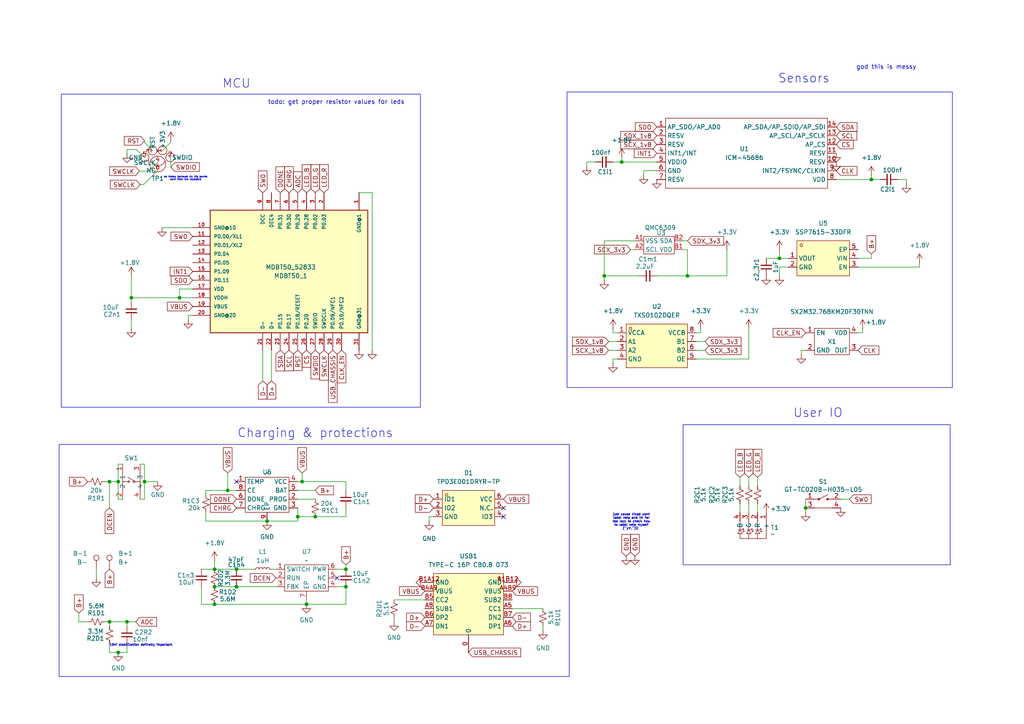
<source format=kicad_sch>
(kicad_sch (version 20231120) (generator "eeschema") (generator_version "8.0")
  (paper "A4")
  (title_block (title "MP.S.5.0") (date "2025-06-07") (rev "0") (company "Macroplastics"))
  (lib_symbols
    (symbol "Connector:TestPoint" (pin_numbers hide) (pin_names (offset 0.762) hide)
      (property "Reference" "TP" (at 0 6.858 0))
      (property "Value" "TestPoint" (at 0 5.08 0))
      (symbol "TestPoint_1_1"
        (pin passive line (at 0 0 90) (length 2.54) (name "1") (number "1"))
      )
    )
    (symbol "Device:C_Small" (pin_numbers hide) (pin_names (offset 0.254) hide)
      (property "Reference" "C" (at 0.254 1.778 0))
      (property "Value" "C_Small" (at 0.254 -2.032 0))
      (symbol "C_Small_1_1"
        (pin passive line (at 0 2.54 270) (length 2.032) (name "~") (number "1"))
        (pin passive line (at 0 -2.54 90) (length 2.032) (name "~") (number "2"))
      )
    )
    (symbol "Device:L_Small" (pin_numbers hide) (pin_names (offset 0.254) hide)
      (property "Reference" "L" (at 0.762 1.016 0))
      (property "Value" "L_Small" (at 0.762 -1.016 0))
      (symbol "L_Small_1_1"
        (pin passive line (at 0 2.54 270) (length 0.508) (name "~") (number "1"))
        (pin passive line (at 0 -2.54 90) (length 0.508) (name "~") (number "2"))
      )
    )
    (symbol "Device:R_Small_US" (pin_numbers hide) (pin_names (offset 0.254) hide)
      (property "Reference" "R" (at 0.762 0.508 0))
      (property "Value" "R_Small_US" (at 0.762 -1.016 0))
      (symbol "R_Small_US_1_1"
        (pin passive line (at 0 2.54 270) (length 1.016) (name "~") (number "1"))
        (pin passive line (at 0 -2.54 90) (length 1.016) (name "~") (number "2"))
      )
    )
    (symbol "LED_custom2:MHPA0808RGBDT"
      (property "Reference" "T" (at 0 5.588 0))
      (symbol "MHPA0808RGBDT_1_1"
        (pin input line (at -3.81 -3.81 90) (length 2.54) (name "+") (number "1"))
        (pin input line (at -1.27 -3.81 90) (length 2.54) (name "R") (number "2"))
        (pin input line (at 1.27 -3.81 90) (length 2.54) (name "G") (number "3"))
        (pin input line (at 3.81 -3.81 90) (length 2.54) (name "B") (number "4"))
      )
    )
    (symbol "MDBT50_52833:MDBT50_52833" (pin_names (offset 1.016))
      (property "Reference" "MDBT50_52833" (at -17.78 24.13 0))
      (property "Value" "MDBT50_52833" (at 15.24 -25.4 0))
      (symbol "MDBT50_52833_0_0"
        (pin bidirectional line (at -22.86 20.32 0) (length 5.08) (name "GND@1") (number "1"))
        (pin bidirectional line (at -12.7 -27.94 90) (length 5.08) (name "GND@10") (number "10"))
        (pin bidirectional line (at -10.16 -27.94 90) (length 5.08) (name "P0.00/XL1") (number "11"))
        (pin bidirectional line (at -7.62 -27.94 90) (length 5.08) (name "P0.01/XL2") (number "12"))
        (pin bidirectional line (at -5.08 -27.94 90) (length 5.08) (name "P0.04") (number "13"))
        (pin bidirectional line (at -2.54 -27.94 90) (length 5.08) (name "P0.05") (number "14"))
        (pin bidirectional line (at 0 -27.94 90) (length 5.08) (name "P1.09") (number "15"))
        (pin bidirectional line (at 2.54 -27.94 90) (length 5.08) (name "P0.11") (number "16"))
        (pin bidirectional line (at 5.08 -27.94 90) (length 5.08) (name "VDD") (number "17"))
        (pin bidirectional line (at 7.62 -27.94 90) (length 5.08) (name "VDDH") (number "18"))
        (pin bidirectional line (at 10.16 -27.94 90) (length 5.08) (name "VBUS") (number "19"))
        (pin bidirectional line (at -22.86 10.16 0) (length 5.08) (name "P0.03") (number "2"))
        (pin bidirectional line (at 12.7 -27.94 90) (length 5.08) (name "GND@20") (number "20"))
        (pin bidirectional line (at 22.86 -7.62 180) (length 5.08) (name "D-") (number "21"))
        (pin bidirectional line (at 22.86 -5.08 180) (length 5.08) (name "D+") (number "22"))
        (pin bidirectional line (at 22.86 -2.54 180) (length 5.08) (name "P0.15") (number "23"))
        (pin bidirectional line (at 22.86 0 180) (length 5.08) (name "P0.17") (number "24"))
        (pin bidirectional line (at 22.86 2.54 180) (length 5.08) (name "P0.18/RESET") (number "25"))
        (pin bidirectional line (at 22.86 5.08 180) (length 5.08) (name "P0.20") (number "26"))
        (pin bidirectional line (at 22.86 7.62 180) (length 5.08) (name "SWDIO") (number "27"))
        (pin bidirectional line (at 22.86 10.16 180) (length 5.08) (name "SWDCLK") (number "28"))
        (pin bidirectional line (at 22.86 12.7 180) (length 5.08) (name "P0.09/NFC1") (number "29"))
        (pin bidirectional line (at -22.86 7.62 0) (length 5.08) (name "P0.02") (number "3"))
        (pin bidirectional line (at 22.86 15.24 180) (length 5.08) (name "P0.10/NFC2") (number "30"))
        (pin bidirectional line (at 22.86 20.32 180) (length 5.08) (name "GND@31") (number "31"))
        (pin bidirectional line (at -22.86 5.08 0) (length 5.08) (name "P0.28") (number "4"))
        (pin bidirectional line (at -22.86 2.54 0) (length 5.08) (name "P0.29") (number "5"))
        (pin bidirectional line (at -22.86 0 0) (length 5.08) (name "P0.30") (number "6"))
        (pin bidirectional line (at -22.86 -2.54 0) (length 5.08) (name "P0.31") (number "7"))
        (pin bidirectional line (at -22.86 -5.08 0) (length 5.08) (name "DEC4") (number "8"))
        (pin bidirectional line (at -22.86 -7.62 0) (length 5.08) (name "DCC") (number "9"))
      )
    )
    (symbol "PawConnect:PawConnect-RevA"
      (property "Reference" "U" (at 0 -4.064 0))
      (symbol "PawConnect-RevA_1_1"
        (pin input line (at 1.4204 3.5293 90) (length 0) (name "+3V3") (number "1"))
        (pin input line (at 3.6291 1.4892 0) (length 0) (name "SWDIO") (number "2"))
        (pin input line (at -1.4796 3.5348 90) (length 0) (name "RST") (number "3"))
        (pin input line (at 0.0041 0.0054 180) (length 0) (name "SWCLK") (number "4"))
        (pin input line (at -3.8223 1.4614 180) (length 0) (name "GND") (number "5"))
        (pin input line (at 0.0041 -2.2707 180) (length 0) (name "NC") (number "6"))
      )
    )
    (symbol "button_custom:GT-TC020B-H035-L05"
      (property "Reference" "S" (at 0 0 0))
      (symbol "GT-TC020B-H035-L05_1_1"
        (pin bidirectional line (at -5.08 1.27 0) (length 2.54) (name "") (number "1"))
        (pin bidirectional line (at 5.08 1.27 180) (length 2.54) (name "") (number "2"))
        (pin passive line (at -5.08 -1.27 0) (length 2.54) (name "") (number "3"))
        (pin passive line (at 5.08 -1.27 180) (length 2.54) (name "") (number "4"))
      )
    )
    (symbol "easyeda2kicad:1TS026A-1100-0550-CT"
      (property "Reference" "SW" (at 0 7.62 0))
      (property "Value" "1TS026A-1100-0550-CT" (at 0 -7.62 0))
      (symbol "1TS026A-1100-0550-CT_0_1"
        (pin unspecified line (at 5.08 2.54 180) (length 2.54) (name "1") (number "1"))
        (pin unspecified line (at -5.08 2.54 0) (length 2.54) (name "2") (number "2"))
        (pin unspecified line (at 5.08 -2.54 180) (length 2.54) (name "3") (number "3"))
        (pin unspecified line (at -5.08 -2.54 0) (length 2.54) (name "4") (number "4"))
      )
    )
    (symbol "easyeda2kicad:EA8103DHR"
      (property "Reference" "U" (at 0 0 0))
      (symbol "EA8103DHR_1_1"
        (pin input line (at -8.89 2.54 0) (length 2.54) (name "SWITCH") (number "1"))
        (pin input line (at -8.89 0 0) (length 2.54) (name "RUN") (number "2"))
        (pin input line (at -8.89 -2.54 0) (length 2.54) (name "FBK") (number "3"))
        (pin input line (at 8.89 -2.54 180) (length 2.54) (name "GND") (number "4"))
        (pin input line (at 8.89 0 180) (length 2.54) (name "NC") (number "5"))
        (pin input line (at 8.89 2.54 180) (length 2.54) (name "PWR") (number "6"))
        (pin input line (at 0 -6.35 90) (length 2.54) (name "EP") (number "7"))
      )
    )
    (symbol "easyeda2kicad:LGS4056HDA"
      (property "Reference" "U" (at 0 6.35 0))
      (symbol "LGS4056HDA_1_1"
        (pin input line (at -8.89 3.81 0) (length 2.54) (name "TEMP") (number "1"))
        (pin input line (at 8.89 -1.27 180) (length 2.54) (name "PROG") (number "2"))
        (pin input line (at 8.89 -3.81 180) (length 2.54) (name "GND") (number "3"))
        (pin input line (at 8.89 3.81 180) (length 2.54) (name "VCC") (number "4"))
        (pin input line (at 8.89 1.27 180) (length 2.54) (name "BAT") (number "5"))
        (pin input line (at -8.89 -1.27 0) (length 2.54) (name "DONE") (number "6"))
        (pin input line (at -8.89 -3.81 0) (length 2.54) (name "CHRG") (number "7"))
        (pin input line (at -8.89 1.27 0) (length 2.54) (name "CE") (number "8"))
        (pin input line (at 0 -7.62 90) (length 2.54) (name "EP") (number "9"))
      )
    )
    (symbol "easyeda2kicad:SSP7615-33DFR"
      (property "Reference" "U" (at 0 7.62 0))
      (property "Value" "SSP7615-33DFR" (at 0 -7.62 0))
      (symbol "SSP7615-33DFR_0_1"
        (pin unspecified line (at -10.16 0 0) (length 2.54) (name "VOUT") (number "1"))
        (pin unspecified line (at -10.16 -2.54 0) (length 2.54) (name "GND") (number "2"))
        (pin unspecified line (at 10.16 -2.54 180) (length 2.54) (name "EN") (number "3"))
        (pin unspecified line (at 10.16 0 180) (length 2.54) (name "VIN") (number "4"))
        (pin unspecified line (at 10.16 2.54 180) (length 2.54) (name "EP") (number "5"))
      )
    )
    (symbol "easyeda2kicad:TPD3E001DRYR"
      (property "Reference" "D" (at 0 7.62 0))
      (property "Value" "TPD3E001DRYR" (at 0 -7.62 0))
      (symbol "TPD3E001DRYR_0_1"
        (pin unspecified line (at -10.16 2.54 0) (length 2.54) (name "IO1") (number "1"))
        (pin unspecified line (at -10.16 0 0) (length 2.54) (name "IO2") (number "2"))
        (pin unspecified line (at -10.16 -2.54 0) (length 2.54) (name "GND") (number "3"))
        (pin unspecified line (at 10.16 -2.54 180) (length 2.54) (name "IO3") (number "4"))
        (pin unspecified line (at 10.16 0 180) (length 2.54) (name "N.C.") (number "5"))
        (pin unspecified line (at 10.16 2.54 180) (length 2.54) (name "VCC") (number "6"))
      )
    )
    (symbol "easyeda2kicad:TXS0102DQER"
      (property "Reference" "U" (at 0 8.89 0))
      (property "Value" "TXS0102DQER" (at 0 -8.89 0))
      (symbol "TXS0102DQER_0_1"
        (pin unspecified line (at -11.43 3.81 0) (length 2.54) (name "VCCA") (number "1"))
        (pin unspecified line (at -11.43 1.27 0) (length 2.54) (name "A1") (number "2"))
        (pin unspecified line (at -11.43 -1.27 0) (length 2.54) (name "A2") (number "3"))
        (pin unspecified line (at -11.43 -3.81 0) (length 2.54) (name "GND") (number "4"))
        (pin unspecified line (at 11.43 -3.81 180) (length 2.54) (name "OE") (number "5"))
        (pin unspecified line (at 11.43 -1.27 180) (length 2.54) (name "B2") (number "6"))
        (pin unspecified line (at 11.43 1.27 180) (length 2.54) (name "B1") (number "7"))
        (pin unspecified line (at 11.43 3.81 180) (length 2.54) (name "VCCB") (number "8"))
      )
    )
    (symbol "easyeda2kicad:TYPE-C16PCB0.8073"
      (property "Reference" "USB" (at 0 11.43 0))
      (property "Value" "TYPE-C 16P CB0.8 073" (at 0 -19.05 0))
      (symbol "TYPE-C16PCB0.8073_0_1"
        (pin unspecified line (at 0 -13.97 90) (length 5.08) (name "0") (number "0"))
        (pin unspecified line (at -12.7 6.35 0) (length 2.54) (name "GND") (number "A1B12"))
        (pin unspecified line (at -12.7 3.81 0) (length 2.54) (name "VBUS") (number "A4B9"))
        (pin unspecified line (at -12.7 -1.27 0) (length 2.54) (name "CC1") (number "A5"))
        (pin unspecified line (at -12.7 -6.35 0) (length 2.54) (name "DP1") (number "A6"))
        (pin unspecified line (at 12.7 -6.35 180) (length 2.54) (name "DN1") (number "A7"))
        (pin unspecified line (at 12.7 -1.27 180) (length 2.54) (name "SUB1") (number "A8"))
        (pin unspecified line (at 12.7 6.35 180) (length 2.54) (name "GND") (number "B1A12"))
        (pin unspecified line (at 12.7 3.81 180) (length 2.54) (name "VBUS") (number "B4A9"))
        (pin unspecified line (at 12.7 1.27 180) (length 2.54) (name "CC2") (number "B5"))
        (pin unspecified line (at 12.7 -3.81 180) (length 2.54) (name "DP2") (number "B6"))
        (pin unspecified line (at -12.7 -3.81 0) (length 2.54) (name "DN2") (number "B7"))
        (pin unspecified line (at -12.7 1.27 0) (length 2.54) (name "SUB2") (number "B8"))
      )
    )
    (symbol "imu_custom:ICM-42688-P"
      (property "Reference" "U" (at 0 1.016 0))
      (property "Value" "ICM-42688-P" (at 0 -1.016 0))
      (symbol "ICM-42688-P_1_1"
        (pin input line (at -25.4 7.62 0) (length 2.54) (name "AP_SDO/AP_AD0") (number "1"))
        (pin input line (at 26.67 -2.54 180) (length 2.54) (name "RESV") (number "10"))
        (pin input line (at 26.67 0 180) (length 2.54) (name "RESV") (number "11"))
        (pin input line (at 26.67 2.54 180) (length 2.54) (name "AP_CS") (number "12"))
        (pin input line (at 26.67 5.08 180) (length 2.54) (name "AP_SCL/AP_SCLK") (number "13"))
        (pin input line (at 26.67 7.62 180) (length 2.54) (name "AP_SDA/AP_SDIO/AP_SDI") (number "14"))
        (pin input line (at -25.4 5.08 0) (length 2.54) (name "RESV") (number "2"))
        (pin input line (at -25.4 2.54 0) (length 2.54) (name "RESV") (number "3"))
        (pin input line (at -25.4 0 0) (length 2.54) (name "INT1/INT") (number "4"))
        (pin input line (at -25.4 -2.54 0) (length 2.54) (name "VDDIO") (number "5"))
        (pin input line (at -25.4 -5.08 0) (length 2.54) (name "GND") (number "6"))
        (pin input line (at -25.4 -7.62 0) (length 2.54) (name "RESV") (number "7"))
        (pin input line (at 26.67 -7.62 180) (length 2.54) (name "VDD") (number "8"))
        (pin input line (at 26.67 -5.08 180) (length 2.54) (name "INT2/FSYNC/CLKIN") (number "9"))
      )
    )
    (symbol "mag_custom:QMC6309"
      (property "Reference" "U" (at 0 5.08 0))
      (symbol "QMC6309_1_1"
        (pin input line (at -7.62 2.54 0) (length 2.54) (name "VSS") (number "A1"))
        (pin input line (at -7.62 0 0) (length 2.54) (name "SCL") (number "A2"))
        (pin input line (at 6.35 0 180) (length 2.54) (name "VDD") (number "B1"))
        (pin input line (at 6.35 2.54 180) (length 2.54) (name "SDA") (number "B2"))
      )
    )
    (symbol "oscillator_custom:SX2M32.768KM20F30TNN"
      (property "Reference" "X" (at 0 0 0))
      (symbol "SX2M32.768KM20F30TNN_1_1"
        (pin input line (at -7.62 2.54 0) (length 2.54) (name "EN") (number "1"))
        (pin input line (at -7.62 -2.54 0) (length 2.54) (name "GND") (number "2"))
        (pin input line (at 7.62 -2.54 180) (length 2.54) (name "OUT") (number "3"))
        (pin input line (at 7.62 2.54 180) (length 2.54) (name "VDD") (number "4"))
      )
    )
    (symbol "power:+3.3V" (power) (pin_numbers hide) (pin_names (offset 0) hide)
      (property "Value" "+3.3V" (at 0 3.556 0))
      (symbol "+3.3V_1_1"
        (pin power_in line (at 0 0 90) (length 0) (name "~") (number "1"))
      )
    )
    (symbol "power:GND" (power) (pin_numbers hide) (pin_names (offset 0) hide)
      (property "Value" "GND" (at 0 -3.81 0))
      (symbol "GND_1_1"
        (pin power_in line (at 0 0 270) (length 0) (name "~") (number "1"))
      )
    )
  )
  (junction (at 62.23 170.18))
  (junction (at 41.91 139.7))
  (junction (at 199.39 80.01))
  (junction (at 62.23 175.26))
  (junction (at 68.58 170.18))
  (junction (at 175.26 80.01))
  (junction (at 66.04 142.24))
  (junction (at 86.36 149.86))
  (junction (at 91.44 149.86))
  (junction (at 34.29 139.7))
  (junction (at 62.23 165.1))
  (junction (at 52.07 86.36))
  (junction (at 34.29 189.23))
  (junction (at 36.83 180.34))
  (junction (at 77.47 151.13))
  (junction (at 87.63 139.7))
  (junction (at 38.1 86.36))
  (junction (at 68.58 165.1))
  (junction (at 226.06 74.93))
  (junction (at 180.34 46.99))
  (junction (at 100.33 170.18))
  (junction (at 88.9 175.26))
  (junction (at 233.68 147.32))
  (junction (at 252.73 52.07))
  (junction (at 31.75 180.34))
  (junction (at 100.33 165.1))
  (junction (at 31.75 139.7))
  (no_connect (at 146.05 147.32))
  (no_connect (at 97.79 167.64))
  (no_connect (at 146.05 149.86))
  (no_connect (at 68.58 139.7))
  (wire (pts (xy 222.25 74.93) (xy 226.06 74.93)))
  (wire (pts (xy 22.86 180.34) (xy 25.4 180.34)))
  (wire (pts (xy 177.8 96.52) (xy 179.07 96.52)))
  (wire (pts (xy 40.64 144.78) (xy 41.91 144.78)))
  (wire (pts (xy 41.91 139.7) (xy 41.91 134.62)))
  (wire (pts (xy 78.74 165.1) (xy 80.01 165.1)))
  (wire (pts (xy 201.93 96.52) (xy 203.2 96.52)))
  (wire (pts (xy 66.04 142.24) (xy 68.58 142.24)))
  (wire (pts (xy 49.5423 40.8314) (xy 49.5423 41.2625)))
  (wire (pts (xy 203.2 95.25) (xy 203.2 96.52)))
  (wire (pts (xy 186.69 49.53) (xy 190.5 49.53)))
  (wire (pts (xy 217.17 138.43) (xy 217.17 140.97)))
  (wire (pts (xy 34.29 134.62) (xy 35.56 134.62)))
  (wire (pts (xy 252.73 73.66) (xy 252.73 74.93)))
  (wire (pts (xy 34.29 144.78) (xy 35.56 144.78)))
  (wire (pts (xy 73.66 165.1) (xy 68.58 165.1)))
  (wire (pts (xy 34.29 144.78) (xy 34.29 139.7)))
  (wire (pts (xy 199.39 72.39) (xy 199.39 80.01)))
  (wire (pts (xy 86.36 142.24) (xy 91.44 142.24)))
  (wire (pts (xy 186.69 49.53) (xy 186.69 50.8)))
  (wire (pts (xy 76.2 101.6) (xy 76.2 110.49)))
  (wire (pts (xy 262.89 52.07) (xy 260.35 52.07)))
  (wire (pts (xy 52.07 83.82) (xy 55.88 83.82)))
  (wire (pts (xy 107.95 101.6) (xy 107.95 55.88)))
  (wire (pts (xy 100.33 147.32) (xy 100.33 149.86)))
  (wire (pts (xy 266.7 76.2) (xy 266.7 77.47)))
  (wire (pts (xy 170.18 46.99) (xy 172.72 46.99)))
  (wire (pts (xy 91.44 149.86) (xy 100.33 149.86)))
  (wire (pts (xy 180.34 45.72) (xy 180.34 46.99)))
  (wire (pts (xy 27.94 167.64) (xy 27.94 165.1)))
  (wire (pts (xy 233.68 147.32) (xy 233.68 148.59)))
  (wire (pts (xy 34.29 139.7) (xy 34.29 134.62)))
  (wire (pts (xy 68.58 170.18) (xy 80.01 170.18)))
  (wire (pts (xy 36.8423 43.3714) (xy 36.8423 44.6414)))
  (wire (pts (xy 30.48 180.34) (xy 31.75 180.34)))
  (wire (pts (xy 252.73 50.8) (xy 252.73 52.07)))
  (wire (pts (xy 34.29 189.23) (xy 36.83 189.23)))
  (wire (pts (xy 232.41 101.6) (xy 233.68 101.6)))
  (wire (pts (xy 100.33 170.18) (xy 100.33 175.26)))
  (wire (pts (xy 49.5423 41.2625) (xy 47.1527 43.6521)))
  (wire (pts (xy 100.33 163.83) (xy 100.33 165.1)))
  (wire (pts (xy 38.1 86.36) (xy 52.07 86.36)))
  (wire (pts (xy 204.47 99.06) (xy 201.93 99.06)))
  (wire (pts (xy 78.74 101.6) (xy 78.74 110.49)))
  (wire (pts (xy 177.8 95.25) (xy 177.8 96.52)))
  (wire (pts (xy 219.71 146.05) (xy 219.71 148.59)))
  (wire (pts (xy 54.61 91.44) (xy 54.61 92.71)))
  (wire (pts (xy 262.89 52.07) (xy 262.89 53.34)))
  (wire (pts (xy 41.9223 41.3162) (xy 44.2527 43.6466)))
  (wire (pts (xy 250.19 95.25) (xy 250.19 96.52)))
  (wire (pts (xy 217.17 95.25) (xy 217.17 104.14)))
  (wire (pts (xy 38.1 92.71) (xy 38.1 95.25)))
  (wire (pts (xy 114.3 180.34) (xy 114.3 179.07)))
  (wire (pts (xy 49.5423 48.4514) (xy 49.5423 45.8731)))
  (wire (pts (xy 40.4497 49.652) (xy 42.9884 49.652)))
  (wire (pts (xy 214.63 146.05) (xy 214.63 148.59)))
  (wire (pts (xy 54.61 91.44) (xy 55.88 91.44)))
  (wire (pts (xy 77.47 151.13) (xy 86.36 151.13)))
  (wire (pts (xy 233.68 144.78) (xy 233.68 147.32)))
  (wire (pts (xy 124.46 149.86) (xy 124.46 151.13)))
  (wire (pts (xy 62.23 175.26) (xy 88.9 175.26)))
  (wire (pts (xy 176.53 99.06) (xy 179.07 99.06)))
  (wire (pts (xy 100.33 139.7) (xy 100.33 142.24)))
  (wire (pts (xy 175.26 80.01) (xy 175.26 81.28)))
  (wire (pts (xy 41.6571 53.5314) (xy 45.7364 49.4521)))
  (wire (pts (xy 31.75 180.34) (xy 31.75 181.61)))
  (wire (pts (xy 31.75 189.23) (xy 34.29 189.23)))
  (wire (pts (xy 176.53 101.6) (xy 179.07 101.6)))
  (wire (pts (xy 38.1 80.01) (xy 38.1 86.36)))
  (wire (pts (xy 217.17 146.05) (xy 217.17 148.59)))
  (wire (pts (xy 31.75 180.34) (xy 36.83 180.34)))
  (wire (pts (xy 46.99 66.04) (xy 55.88 66.04)))
  (wire (pts (xy 177.8 46.99) (xy 180.34 46.99)))
  (wire (pts (xy 59.69 151.13) (xy 77.47 151.13)))
  (wire (pts (xy 248.92 77.47) (xy 266.7 77.47)))
  (wire (pts (xy 62.23 162.56) (xy 62.23 165.1)))
  (wire (pts (xy 36.83 180.34) (xy 39.37 180.34)))
  (wire (pts (xy 31.75 147.32) (xy 31.75 139.7)))
  (wire (pts (xy 41.91 139.7) (xy 45.72 139.7)))
  (wire (pts (xy 226.06 77.47) (xy 228.6 77.47)))
  (wire (pts (xy 42.9884 49.652) (xy 45.7364 47.176)))
  (wire (pts (xy 22.86 177.8) (xy 22.86 180.34)))
  (wire (pts (xy 182.88 72.39) (xy 184.15 72.39)))
  (wire (pts (xy 59.69 143.51) (xy 59.69 142.24)))
  (wire (pts (xy 248.92 74.93) (xy 252.73 74.93)))
  (wire (pts (xy 58.42 165.1) (xy 62.23 165.1)))
  (wire (pts (xy 232.41 101.6) (xy 232.41 102.87)))
  (wire (pts (xy 248.92 96.52) (xy 250.19 96.52)))
  (wire (pts (xy 97.79 170.18) (xy 100.33 170.18)))
  (wire (pts (xy 107.95 55.88) (xy 104.14 55.88)))
  (wire (pts (xy 52.07 83.82) (xy 52.07 86.36)))
  (wire (pts (xy 157.48 181.61) (xy 157.48 182.88)))
  (wire (pts (xy 39.5614 43.3714) (xy 41.91 45.72)))
  (wire (pts (xy 40.6523 53.5314) (xy 41.6571 53.5314)))
  (wire (pts (xy 36.83 186.69) (xy 36.83 189.23)))
  (wire (pts (xy 114.3 173.99) (xy 123.19 173.99)))
  (wire (pts (xy 86.36 147.32) (xy 86.36 149.86)))
  (wire (pts (xy 62.23 165.1) (xy 68.58 165.1)))
  (wire (pts (xy 31.75 186.69) (xy 31.75 189.23)))
  (wire (pts (xy 210.82 72.39) (xy 210.82 80.01)))
  (wire (pts (xy 86.36 151.13) (xy 86.36 149.86)))
  (wire (pts (xy 148.59 176.53) (xy 157.48 176.53)))
  (wire (pts (xy 177.8 104.14) (xy 177.8 105.41)))
  (wire (pts (xy 226.06 74.93) (xy 228.6 74.93)))
  (wire (pts (xy 52.07 86.36) (xy 55.88 86.36)))
  (wire (pts (xy 124.46 149.86) (xy 125.73 149.86)))
  (wire (pts (xy 31.75 139.7) (xy 34.29 139.7)))
  (wire (pts (xy 30.48 139.7) (xy 31.75 139.7)))
  (wire (pts (xy 170.18 46.99) (xy 170.18 48.26)))
  (wire (pts (xy 87.63 139.7) (xy 100.33 139.7)))
  (wire (pts (xy 226.06 77.47) (xy 226.06 80.01)))
  (wire (pts (xy 59.69 148.59) (xy 59.69 151.13)))
  (wire (pts (xy 41.91 144.78) (xy 41.91 139.7)))
  (wire (pts (xy 199.39 80.01) (xy 210.82 80.01)))
  (wire (pts (xy 86.36 144.78) (xy 91.44 144.78)))
  (wire (pts (xy 199.39 72.39) (xy 198.12 72.39)))
  (wire (pts (xy 219.71 138.43) (xy 219.71 140.97)))
  (wire (pts (xy 88.9 175.26) (xy 100.33 175.26)))
  (wire (pts (xy 87.63 137.16) (xy 87.63 139.7)))
  (wire (pts (xy 175.26 69.85) (xy 175.26 80.01)))
  (wire (pts (xy 58.42 170.18) (xy 58.42 175.26)))
  (wire (pts (xy 252.73 52.07) (xy 242.57 52.07)))
  (wire (pts (xy 180.34 46.99) (xy 190.5 46.99)))
  (wire (pts (xy 201.93 104.14) (xy 217.17 104.14)))
  (wire (pts (xy 88.9 175.26) (xy 88.9 173.99)))
  (wire (pts (xy 226.06 72.39) (xy 226.06 74.93)))
  (wire (pts (xy 199.39 69.85) (xy 198.12 69.85)))
  (wire (pts (xy 175.26 80.01) (xy 185.42 80.01)))
  (wire (pts (xy 38.1 86.36) (xy 38.1 87.63)))
  (wire (pts (xy 59.69 142.24) (xy 66.04 142.24)))
  (wire (pts (xy 49.5423 45.8731) (xy 49.3614 45.6922)))
  (wire (pts (xy 40.64 134.62) (xy 41.91 134.62)))
  (wire (pts (xy 66.04 137.16) (xy 66.04 142.24)))
  (wire (pts (xy 190.5 80.01) (xy 199.39 80.01)))
  (wire (pts (xy 97.79 165.1) (xy 100.33 165.1)))
  (wire (pts (xy 243.84 144.78) (xy 246.38 144.78)))
  (wire (pts (xy 62.23 170.18) (xy 68.58 170.18)))
  (wire (pts (xy 36.83 180.34) (xy 36.83 181.61)))
  (wire (pts (xy 177.8 104.14) (xy 179.07 104.14)))
  (wire (pts (xy 86.36 149.86) (xy 91.44 149.86)))
  (wire (pts (xy 214.63 138.43) (xy 214.63 140.97)))
  (wire (pts (xy 175.26 69.85) (xy 184.15 69.85)))
  (wire (pts (xy 87.63 139.7) (xy 86.36 139.7)))
  (wire (pts (xy 255.27 52.07) (xy 252.73 52.07)))
  (wire (pts (xy 41.9223 40.8314) (xy 41.9223 41.3162)))
  (wire (pts (xy 36.8423 43.3714) (xy 39.5614 43.3714)))
  (wire (pts (xy 204.47 101.6) (xy 201.93 101.6)))
  (wire (pts (xy 58.42 175.26) (xy 62.23 175.26)))
  (rectangle (start 164.465 26.67) (end 276.225 112.395))
  (rectangle (start 198.12 123.19) (end 275.59 163.83))
  (rectangle (start 17.78 27.305) (end 121.92 118.11))
  (rectangle (start 17.145 128.905) (end 165.1 196.215))
  (text "todo: get proper resistor values for leds" (at 97.536 29.718 0) (effects (font (size 1.27 1.27))))
  (text "Charging & protections" (at 91.44 125.73 0) (effects (font (size 2.54 2.54))))
  (text "Sensors" (at 233.172 22.86 0) (effects (font (size 2.54 2.54))))
  (text "just cause kicad wont\nlabel nets and im far\ntoo lazy to check how\nto label nets myself\n(￣y▽,￣)╭ " (at 183.134 151.384 0) (effects (font (size 0.635 0.635))))
  (text "MCU\n" (at 68.58 24.384 0) (effects (font (size 2.54 2.54))))
  (text "so messy because my big pawbs\ndont fiton the keybaord" (at 53.848 51.816 0) (effects (font (size 0.5 0.5))))
  (text "User IO" (at 237.236 119.888 0) (effects (font (size 2.54 2.54))))
  (text "god this is messy" (at 257.048 19.558 0) (effects (font (size 1.27 1.27))))
  (text "10nf stabilization definetly important" (at 40.894 187.198 0) (effects (font (size 0.635 0.635))))
  (global_label "VBUS" (shape input) (at 66.04 137.16 90) (property "Intersheetrefs" "${INTERSHEET_REFS}" (effects (hide yes))))
  (global_label "CS" (shape input) (at 88.9 101.6 270) (property "Intersheetrefs" "${INTERSHEET_REFS}" (effects (hide yes))))
  (global_label "SDX_1v8" (shape input) (at 190.5 39.37 180) (property "Intersheetrefs" "${INTERSHEET_REFS}" (effects (hide yes))))
  (global_label "RST" (shape input) (at 41.9223 40.8314 180) (property "Intersheetrefs" "${INTERSHEET_REFS}" (effects (hide yes))))
  (global_label "SWDIO" (shape input) (at 91.44 101.6 270) (property "Intersheetrefs" "${INTERSHEET_REFS}" (effects (hide yes))))
  (global_label "CLK" (shape input) (at 248.92 101.6 0) (property "Intersheetrefs" "${INTERSHEET_REFS}" (effects (hide yes))))
  (global_label "SDX_3v3" (shape input) (at 204.47 99.06 0) (property "Intersheetrefs" "${INTERSHEET_REFS}" (effects (hide yes))))
  (global_label "ADC" (shape input) (at 39.37 180.34 0) (property "Intersheetrefs" "${INTERSHEET_REFS}" (effects (hide yes))))
  (global_label "LED_B" (shape input) (at 214.63 138.43 90) (property "Intersheetrefs" "${INTERSHEET_REFS}" (effects (hide yes))))
  (global_label "CLK" (shape input) (at 242.57 49.53 0) (property "Intersheetrefs" "${INTERSHEET_REFS}" (effects (hide yes))))
  (global_label "SCX_1v8" (shape input) (at 176.53 101.6 180) (property "Intersheetrefs" "${INTERSHEET_REFS}" (effects (hide yes))))
  (global_label "LED_G" (shape input) (at 217.17 138.43 90) (property "Intersheetrefs" "${INTERSHEET_REFS}" (effects (hide yes))))
  (global_label "SCL" (shape input) (at 83.82 101.6 270) (property "Intersheetrefs" "${INTERSHEET_REFS}" (effects (hide yes))))
  (global_label "LED_R" (shape input) (at 219.71 138.43 90) (property "Intersheetrefs" "${INTERSHEET_REFS}" (effects (hide yes))))
  (global_label "USB_CHASSIS" (shape input) (at 96.52 101.6 270) (property "Intersheetrefs" "${INTERSHEET_REFS}" (effects (hide yes))))
  (global_label "CLK_EN" (shape input) (at 233.68 96.52 180) (property "Intersheetrefs" "${INTERSHEET_REFS}" (effects (hide yes))))
  (global_label "SWCLK" (shape input) (at 40.6523 53.5314 180) (property "Intersheetrefs" "${INTERSHEET_REFS}" (effects (hide yes))))
  (global_label "DONE" (shape input) (at 81.28 55.88 90) (property "Intersheetrefs" "${INTERSHEET_REFS}" (effects (hide yes))))
  (global_label "SW0" (shape input) (at 246.38 144.78 0) (property "Intersheetrefs" "${INTERSHEET_REFS}" (effects (hide yes))))
  (global_label "B+" (shape input) (at 100.33 163.83 90) (property "Intersheetrefs" "${INTERSHEET_REFS}" (effects (hide yes))))
  (global_label "B+" (shape input) (at 91.44 142.24 0) (property "Intersheetrefs" "${INTERSHEET_REFS}" (effects (hide yes))))
  (global_label "B+" (shape input) (at 252.73 73.66 90) (property "Intersheetrefs" "${INTERSHEET_REFS}" (effects (hide yes))))
  (global_label "SDX_1v8" (shape input) (at 176.53 99.06 180) (property "Intersheetrefs" "${INTERSHEET_REFS}" (effects (hide yes))))
  (global_label "SDX_3v3" (shape input) (at 199.39 69.85 0) (property "Intersheetrefs" "${INTERSHEET_REFS}" (effects (hide yes))))
  (global_label "SCX_3v3" (shape input) (at 182.88 72.39 180) (property "Intersheetrefs" "${INTERSHEET_REFS}" (effects (hide yes))))
  (global_label "CLK_EN" (shape input) (at 99.06 101.6 270) (property "Intersheetrefs" "${INTERSHEET_REFS}" (effects (hide yes))))
  (global_label "SDA" (shape input) (at 81.28 101.6 270) (property "Intersheetrefs" "${INTERSHEET_REFS}" (effects (hide yes))))
  (global_label "SW0" (shape input) (at 76.2 55.88 90) (property "Intersheetrefs" "${INTERSHEET_REFS}" (effects (hide yes))))
  (global_label "CS" (shape input) (at 242.57 41.91 0) (property "Intersheetrefs" "${INTERSHEET_REFS}" (effects (hide yes))))
  (global_label "D+" (shape input) (at 125.73 144.78 180) (property "Intersheetrefs" "${INTERSHEET_REFS}" (effects (hide yes))))
  (global_label "USB_CHASSIS" (shape input) (at 135.89 189.23 0) (property "Intersheetrefs" "${INTERSHEET_REFS}" (effects (hide yes))))
  (global_label "SWCLK" (shape input) (at 93.98 101.6 270) (property "Intersheetrefs" "${INTERSHEET_REFS}" (effects (hide yes))))
  (global_label "INT1" (shape input) (at 190.5 44.45 180) (property "Intersheetrefs" "${INTERSHEET_REFS}" (effects (hide yes))))
  (global_label "D-" (shape input) (at 125.73 147.32 180) (property "Intersheetrefs" "${INTERSHEET_REFS}" (effects (hide yes))))
  (global_label "DCEN" (shape input) (at 80.01 167.64 180) (property "Intersheetrefs" "${INTERSHEET_REFS}" (effects (hide yes))))
  (global_label "DCEN" (shape input) (at 31.75 147.32 270) (property "Intersheetrefs" "${INTERSHEET_REFS}" (effects (hide yes))))
  (global_label "VBUS" (shape input) (at 146.05 144.78 0) (property "Intersheetrefs" "${INTERSHEET_REFS}" (effects (hide yes))))
  (global_label "VBUS" (shape input) (at 55.88 88.9 180) (property "Intersheetrefs" "${INTERSHEET_REFS}" (effects (hide yes))))
  (global_label "SDO" (shape input) (at 55.88 81.28 180) (property "Intersheetrefs" "${INTERSHEET_REFS}" (effects (hide yes))))
  (global_label "SCL" (shape input) (at 242.57 39.37 0) (property "Intersheetrefs" "${INTERSHEET_REFS}" (effects (hide yes))))
  (global_label "SWDIO" (shape input) (at 49.5423 48.4514 0) (property "Intersheetrefs" "${INTERSHEET_REFS}" (effects (hide yes))))
  (global_label "INT1" (shape input) (at 55.88 78.74 180) (property "Intersheetrefs" "${INTERSHEET_REFS}" (effects (hide yes))))
  (global_label "SDA" (shape input) (at 242.57 36.83 0) (property "Intersheetrefs" "${INTERSHEET_REFS}" (effects (hide yes))))
  (global_label "GND" (shape input) (at 184.15 161.29 90) (property "Intersheetrefs" "${INTERSHEET_REFS}" (effects (hide yes))))
  (global_label "ADC" (shape input) (at 86.36 55.88 90) (property "Intersheetrefs" "${INTERSHEET_REFS}" (effects (hide yes))))
  (global_label "SDO" (shape input) (at 190.5 36.83 180) (property "Intersheetrefs" "${INTERSHEET_REFS}" (effects (hide yes))))
  (global_label "B+" (shape input) (at 31.75 165.1 270) (property "Intersheetrefs" "${INTERSHEET_REFS}" (effects (hide yes))))
  (global_label "LED_R" (shape input) (at 93.98 55.88 90) (property "Intersheetrefs" "${INTERSHEET_REFS}" (effects (hide yes))))
  (global_label "D+" (shape input) (at 78.74 110.49 270) (property "Intersheetrefs" "${INTERSHEET_REFS}" (effects (hide yes))))
  (global_label "D-" (shape input) (at 123.19 181.61 180) (property "Intersheetrefs" "${INTERSHEET_REFS}" (effects (hide yes))))
  (global_label "B+" (shape input) (at 22.86 177.8 90) (property "Intersheetrefs" "${INTERSHEET_REFS}" (effects (hide yes))))
  (global_label "VBUS" (shape input) (at 148.59 171.45 0) (property "Intersheetrefs" "${INTERSHEET_REFS}" (effects (hide yes))))
  (global_label "LED_G" (shape input) (at 91.44 55.88 90) (property "Intersheetrefs" "${INTERSHEET_REFS}" (effects (hide yes))))
  (global_label "D+" (shape input) (at 148.59 181.61 0) (property "Intersheetrefs" "${INTERSHEET_REFS}" (effects (hide yes))))
  (global_label "GND" (shape input) (at 181.61 161.29 90) (property "Intersheetrefs" "${INTERSHEET_REFS}" (effects (hide yes))))
  (global_label "D-" (shape input) (at 148.59 179.07 0) (property "Intersheetrefs" "${INTERSHEET_REFS}" (effects (hide yes))))
  (global_label "CHRG" (shape input) (at 83.82 55.88 90) (property "Intersheetrefs" "${INTERSHEET_REFS}" (effects (hide yes))))
  (global_label "SWCLK" (shape input) (at 40.4497 49.652 180) (property "Intersheetrefs" "${INTERSHEET_REFS}" (effects (hide yes))))
  (global_label "CHRG" (shape input) (at 68.58 147.32 180) (property "Intersheetrefs" "${INTERSHEET_REFS}" (effects (hide yes))))
  (global_label "RST" (shape input) (at 86.36 101.6 270) (property "Intersheetrefs" "${INTERSHEET_REFS}" (effects (hide yes))))
  (global_label "B+" (shape input) (at 25.4 139.7 180) (property "Intersheetrefs" "${INTERSHEET_REFS}" (effects (hide yes))))
  (global_label "DONE" (shape input) (at 68.58 144.78 180) (property "Intersheetrefs" "${INTERSHEET_REFS}" (effects (hide yes))))
  (global_label "LED_B" (shape input) (at 88.9 55.88 90) (property "Intersheetrefs" "${INTERSHEET_REFS}" (effects (hide yes))))
  (global_label "SCX_3v3" (shape input) (at 204.47 101.6 0) (property "Intersheetrefs" "${INTERSHEET_REFS}" (effects (hide yes))))
  (global_label "SCX_1v8" (shape input) (at 190.5 41.91 180) (property "Intersheetrefs" "${INTERSHEET_REFS}" (effects (hide yes))))
  (global_label "VBUS" (shape input) (at 87.63 137.16 90) (property "Intersheetrefs" "${INTERSHEET_REFS}" (effects (hide yes))))
  (global_label "D+" (shape input) (at 123.19 179.07 180) (property "Intersheetrefs" "${INTERSHEET_REFS}" (effects (hide yes))))
  (global_label "VBUS" (shape input) (at 123.19 171.45 180) (property "Intersheetrefs" "${INTERSHEET_REFS}" (effects (hide yes))))
  (global_label "D-" (shape input) (at 76.2 110.49 270) (property "Intersheetrefs" "${INTERSHEET_REFS}" (effects (hide yes))))
  (global_label "SW0" (shape input) (at 55.88 68.58 180) (property "Intersheetrefs" "${INTERSHEET_REFS}" (effects (hide yes))))
  (symbol (lib_id "power:GND") (at 175.26 81.28 0) (mirror y) (unit 1)
    (property "Reference" "#PWR015" (effects (hide yes)))
    (property "Value" "GND" (effects (hide yes)))
    (property "Description" "Power symbol creates a global label with name \"GND\" , ground" (effects (hide yes)))
  )
  (symbol (lib_id "power:GND") (at 77.47 151.13 0) (unit 1)
    (property "Reference" "#PWR04" (effects (hide yes)))
    (property "Value" "GND" (at 77.47 155.702 0))
    (property "Description" "Power symbol creates a global label with name \"GND\" , ground" (effects (hide yes)))
  )
  (symbol (lib_id "easyeda2kicad:LGS4056HDA") (at 77.47 143.51 0) (unit 1)
    (property "Reference" "U6" (at 77.47 136.906 0))
    (property "Value" "~" (at 77.47 137.16 0))
    (property "Footprint" "easyeda2kicad:DFN-8_L2.0-W2.0-P0.50-TL-EP1.6" (effects (hide yes)))
  )
  (symbol (lib_id "power:GND") (at 34.29 189.23 0) (unit 1)
    (property "Reference" "#PWR05" (effects (hide yes)))
    (property "Value" "GND" (at 34.29 193.802 0))
    (property "Description" "Power symbol creates a global label with name \"GND\" , ground" (effects (hide yes)))
  )
  (symbol (lib_id "Device:R_Small_US") (at 59.69 146.05 180) (unit 1)
    (property "Reference" "R1C3" (at 55.372 145.288 0))
    (property "Value" "20k" (at 56.388 147.32 0))
    (property "Footprint" "passive_custom:R_0201_JLC" (effects (hide yes)))
    (property "Description" "Resistor, small US symbol" (effects (hide yes)))
  )
  (symbol (lib_id "Device:R_Small_US") (at 31.75 184.15 180) (unit 1)
    (property "Reference" "R2D1" (at 27.686 185.166 0))
    (property "Value" "3.3M" (at 27.686 183.134 0))
    (property "Footprint" "passive_custom:R_0201_JLC" (effects (hide yes)))
    (property "Description" "Resistor, small US symbol" (effects (hide yes)))
  )
  (symbol (lib_id "power:GND") (at 107.95 101.6 0) (unit 1)
    (property "Reference" "#PWR08" (effects (hide yes)))
    (property "Value" "GND" (effects (hide yes)))
    (property "Description" "Power symbol creates a global label with name \"GND\" , ground" (effects (hide yes)))
  )
  (symbol (lib_id "Connector:TestPoint") (at 27.94 165.1 0) (mirror y) (unit 1)
    (property "Reference" "B-1" (at 25.4 160.5279 0) (effects (justify left)))
    (property "Value" "B-" (at 25.4 163.0679 0) (effects (justify left)))
    (property "Footprint" "justPads_custom:2_3-1.5_2.5_1_1" (effects (hide yes)))
    (property "Description" "test point" (effects (hide yes)))
  )
  (symbol (lib_id "power:GND") (at 226.06 80.01 0) (unit 1)
    (property "Reference" "#PWR038" (effects (hide yes)))
    (property "Value" "GND" (effects (hide yes)))
    (property "Description" "Power symbol creates a global label with name \"GND\" , ground" (effects (hide yes)))
  )
  (symbol (lib_id "Device:R_Small_US") (at 214.63 143.51 180) (unit 1)
    (property "Reference" "R2C1" (at 202.184 143.51 90))
    (property "Value" "5.1k" (at 203.962 143.51 90))
    (property "Footprint" "passive_custom:R_0201_JLC" (effects (hide yes)))
    (property "Description" "Resistor, small US symbol" (effects (hide yes)))
  )
  (symbol (lib_id "power:GND") (at 262.89 53.34 0) (mirror y) (unit 1)
    (property "Reference" "#PWR021" (effects (hide yes)))
    (property "Value" "GND" (effects (hide yes)))
    (property "Description" "Power symbol creates a global label with name \"GND\" , ground" (effects (hide yes)))
  )
  (symbol (lib_id "Device:C_Small") (at 100.33 167.64 0) (unit 1)
    (property "Reference" "C1n2" (at 102.362 168.402 0) (effects (justify left)))
    (property "Value" "10uF" (at 102.108 166.37 0) (effects (justify left)))
    (property "Footprint" "passive_custom:C_0402_JLC" (effects (hide yes)))
    (property "Description" "Unpolarized capacitor, small symbol" (effects (hide yes)))
  )
  (symbol (lib_id "power:GND") (at 46.99 66.04 0) (unit 1)
    (property "Reference" "#PWR06" (effects (hide yes)))
    (property "Value" "GND" (effects (hide yes)))
    (property "Description" "Power symbol creates a global label with name \"GND\" , ground" (effects (hide yes)))
  )
  (symbol (lib_id "power:GND") (at 232.41 102.87 0) (mirror y) (unit 1)
    (property "Reference" "#PWR025" (effects (hide yes)))
    (property "Value" "GND" (effects (hide yes)))
    (property "Description" "Power symbol creates a global label with name \"GND\" , ground" (effects (hide yes)))
  )
  (symbol (lib_id "power:+3.3V") (at 226.06 72.39 0) (unit 1)
    (property "Reference" "#PWR036" (effects (hide yes)))
    (property "Value" "+3.3V" (at 226.06 67.31 0))
    (property "Description" "Power symbol creates a global label with name \"+3.3V\"" (effects (hide yes)))
  )
  (symbol (lib_id "power:GND") (at 114.3 180.34 0) (unit 1)
    (property "Reference" "#PWR01" (effects (hide yes)))
    (property "Value" "GND" (at 114.3 184.912 0))
    (property "Description" "Power symbol creates a global label with name \"GND\" , ground" (effects (hide yes)))
  )
  (symbol (lib_id "power:GND") (at 184.15 161.29 0) (mirror y) (unit 1)
    (property "Reference" "#PWR030" (effects (hide yes)))
    (property "Value" "GND" (effects (hide yes)))
    (property "Description" "Power symbol creates a global label with name \"GND\" , ground" (effects (hide yes)))
  )
  (symbol (lib_id "power:+3.3V") (at 49.5423 40.8314 0) (unit 1)
    (property "Reference" "#PWR017" (effects (hide yes)))
    (property "Value" "+1.8V" (at 49.5423 35.7514 0))
    (property "Description" "Power symbol creates a global label with name \"+3.3V\"" (effects (hide yes)))
  )
  (symbol (lib_id "Device:C_Small") (at 38.1 90.17 0) (unit 1)
    (property "Reference" "C2n1" (at 29.972 91.186 0) (effects (justify left)))
    (property "Value" "10uF" (at 29.718 89.154 0) (effects (justify left)))
    (property "Footprint" "passive_custom:C_0402_JLC" (effects (hide yes)))
    (property "Description" "Unpolarized capacitor, small symbol" (effects (hide yes)))
  )
  (symbol (lib_id "power:GND") (at 242.57 46.99 0) (mirror y) (unit 1)
    (property "Reference" "#PWR023" (effects (hide yes)))
    (property "Value" "GND" (effects (hide yes)))
    (property "Description" "Power symbol creates a global label with name \"GND\" , ground" (effects (hide yes)))
  )
  (symbol (lib_id "power:+3.3V") (at 177.8 95.25 0) (unit 1)
    (property "Reference" "#PWR046" (effects (hide yes)))
    (property "Value" "+1.8V" (at 177.8 90.17 0))
    (property "Description" "Power symbol creates a global label with name \"+3.3V\"" (effects (hide yes)))
  )
  (symbol (lib_id "power:+3.3V") (at 266.7 76.2 0) (mirror y) (unit 1)
    (property "Reference" "#PWR039" (effects (hide yes)))
    (property "Value" "+1.8V" (at 266.7 71.12 0))
    (property "Description" "Power symbol creates a global label with name \"+3.3V\"" (effects (hide yes)))
  )
  (symbol (lib_id "MDBT50_52833:MDBT50_52833") (at 83.82 78.74 270) (unit 1)
    (property "Reference" "MDBT50_1" (at 84.328 80.01 90))
    (property "Value" "MDBT50_52833" (at 84.328 77.47 90))
    (property "Footprint" "MDBT50 footprint:MDBT50" (effects (hide yes)))
  )
  (symbol (lib_id "power:GND") (at 242.57 44.45 0) (mirror y) (unit 1)
    (property "Reference" "#PWR024" (effects (hide yes)))
    (property "Value" "GND" (effects (hide yes)))
    (property "Description" "Power symbol creates a global label with name \"GND\" , ground" (effects (hide yes)))
  )
  (symbol (lib_id "Device:C_Small") (at 68.58 167.64 0) (unit 1)
    (property "Reference" "C1n4" (at 66.04 163.83 0) (effects (justify left)))
    (property "Value" "47pF" (at 66.04 162.306 0) (effects (justify left)))
    (property "Footprint" "passive_custom:C_0201_JLC" (effects (hide yes)))
    (property "Description" "Unpolarized capacitor, small symbol" (effects (hide yes)))
  )
  (symbol (lib_id "easyeda2kicad:TXS0102DQER") (at 190.5 100.33 0) (unit 1)
    (property "Reference" "U2" (at 190.5 88.9 0))
    (property "Value" "TXS0102DQER" (at 190.5 91.44 0))
    (property "Footprint" "Package_SON:X2SON-8_1.4x1mm_P0.35mm" (effects (hide yes)))
    (property "LCSC Part" "C2652935" (effects (hide yes)))
  )
  (symbol (lib_id "easyeda2kicad:1TS026A-1100-0550-CT") (at 38.1 139.7 90) (unit 1)
    (property "Reference" "SW1" (at 38.1 132.842 90))
    (property "Value" "1TS026A-1100-0550-CT" (effects (hide yes)))
    (property "Footprint" "easyeda2kicad:SW-SMD_4P-L2.6-W1.6-P0.75-LS3.0" (effects (hide yes)))
    (property "LCSC Part" "C913779" (effects (hide yes)))
  )
  (symbol (lib_id "power:+3.3V") (at 210.82 72.39 0) (unit 1)
    (property "Reference" "#PWR016" (effects (hide yes)))
    (property "Value" "+3.3V" (at 210.82 67.31 0))
    (property "Description" "Power symbol creates a global label with name \"+3.3V\"" (effects (hide yes)))
  )
  (symbol (lib_id "Device:R_Small_US") (at 217.17 143.51 180) (unit 1)
    (property "Reference" "R2C2" (at 206.502 143.51 90))
    (property "Value" "5.1k" (at 208.026 143.51 90))
    (property "Footprint" "passive_custom:R_0201_JLC" (effects (hide yes)))
    (property "Description" "Resistor, small US symbol" (effects (hide yes)))
  )
  (symbol (lib_id "Device:R_Small_US") (at 91.44 147.32 0) (unit 1)
    (property "Reference" "R1C1" (at 95.758 148.082 0))
    (property "Value" "20k" (at 94.742 146.05 0))
    (property "Footprint" "passive_custom:R_0201_JLC" (effects (hide yes)))
    (property "Description" "Resistor, small US symbol" (effects (hide yes)))
  )
  (symbol (lib_id "button_custom:GT-TC020B-H035-L05") (at 238.76 146.05 0) (unit 1)
    (property "Reference" "S1" (at 238.76 139.7 0))
    (property "Value" "GT-TC020B-H035-L05" (at 238.76 141.986 0))
    (property "Footprint" "buttons_custom:GT-TC020B-H035-L05" (effects (hide yes)))
  )
  (symbol (lib_id "Device:R_Small_US") (at 62.23 172.72 180) (unit 1)
    (property "Reference" "R1D2" (at 66.04 171.704 0))
    (property "Value" "5.6M" (at 66.04 173.736 0))
    (property "Footprint" "passive_custom:R_0201_JLC" (effects (hide yes)))
    (property "Description" "Resistor, small US symbol" (effects (hide yes)))
  )
  (symbol (lib_id "Device:C_Small") (at 222.25 77.47 0) (mirror x) (unit 1)
    (property "Reference" "c2_3r1" (at 219.3979 74.8965 90) (effects (justify left)))
    (property "Value" "1uF" (at 224.9856 75.6149 90) (effects (justify left)))
    (property "Footprint" "passive_custom:C_0201_JLC" (effects (hide yes)))
    (property "Description" "Unpolarized capacitor, small symbol" (effects (hide yes)))
  )
  (symbol (lib_id "Device:C_Small") (at 58.42 167.64 180) (unit 1)
    (property "Reference" "C1n3" (at 56.388 166.878 0) (effects (justify left)))
    (property "Value" "10uF" (at 56.642 168.91 0) (effects (justify left)))
    (property "Footprint" "passive_custom:C_0402_JLC" (effects (hide yes)))
    (property "Description" "Unpolarized capacitor, small symbol" (effects (hide yes)))
  )
  (symbol (lib_id "easyeda2kicad:EA8103DHR") (at 88.9 167.64 0) (unit 1)
    (property "Reference" "U7" (at 88.9 160.02 0))
    (property "Value" "~" (at 88.9 162.56 0))
    (property "Footprint" "easyeda2kicad:DFN-6_L1.5-W1.5-P0.50-BL-EP1.0" (effects (hide yes)))
  )
  (symbol (lib_id "power:GND") (at 222.25 80.01 0) (unit 1)
    (property "Reference" "#PWR043" (effects (hide yes)))
    (property "Value" "GND" (effects (hide yes)))
    (property "Description" "Power symbol creates a global label with name \"GND\" , ground" (effects (hide yes)))
  )
  (symbol (lib_id "power:GND") (at 36.8423 44.6414 0) (unit 1)
    (property "Reference" "#PWR09" (effects (hide yes)))
    (property "Value" "GND" (effects (hide yes)))
    (property "Description" "Power symbol creates a global label with name \"GND\" , ground" (effects (hide yes)))
  )
  (symbol (lib_id "power:GND") (at 123.19 168.91 270) (unit 1)
    (property "Reference" "#PWR040" (effects (hide yes)))
    (property "Value" "GND" (effects (hide yes)))
    (property "Description" "Power symbol creates a global label with name \"GND\" , ground" (effects (hide yes)))
  )
  (symbol (lib_id "easyeda2kicad:SSP7615-33DFR") (at 238.76 74.93 0) (unit 1)
    (property "Reference" "U5" (at 238.76 64.77 0))
    (property "Value" "SSP7615-33DFR" (at 238.76 67.31 0))
    (property "Footprint" "easyeda2kicad:DFN-4_L1.0-W1.0-P0.65-BL-EP" (effects (hide yes)))
    (property "LCSC Part" "C3011523" (effects (hide yes)))
  )
  (symbol (lib_id "Device:R_Small_US") (at 219.71 143.51 180) (unit 1)
    (property "Reference" "R2C3" (at 210.312 143.51 90))
    (property "Value" "5.1k" (at 212.09 143.51 90))
    (property "Footprint" "passive_custom:R_0201_JLC" (effects (hide yes)))
    (property "Description" "Resistor, small US symbol" (effects (hide yes)))
  )
  (symbol (lib_id "oscillator_custom:SX2M32.768KM20F30TNN") (at 241.3 99.06 0) (unit 1)
    (property "Reference" "X1" (at 241.3 99.06 0))
    (property "Value" "SX2M32.768KM20F30TNN" (at 241.3 90.424 0))
    (property "Footprint" "Crystal:Crystal_SMD_2520-4Pin_2.5x2.0mm" (effects (hide yes)))
  )
  (symbol (lib_id "imu_custom:ICM-42688-P") (at 215.9 44.45 0) (unit 1)
    (property "Reference" "U1" (at 215.9 43.18 0))
    (property "Value" "ICM-45686" (at 215.9 45.72 0))
    (property "Footprint" "imu_custom:ICM-42688-P" (effects (hide yes)))
  )
  (symbol (lib_id "power:GND") (at 38.1 95.25 0) (unit 1)
    (property "Reference" "#PWR012" (effects (hide yes)))
    (property "Value" "GND" (effects (hide yes)))
    (property "Description" "Power symbol creates a global label with name \"GND\" , ground" (effects (hide yes)))
  )
  (symbol (lib_id "power:GND") (at 177.8 105.41 0) (mirror y) (unit 1)
    (property "Reference" "#PWR044" (effects (hide yes)))
    (property "Value" "GND" (effects (hide yes)))
    (property "Description" "Power symbol creates a global label with name \"GND\" , ground" (effects (hide yes)))
  )
  (symbol (lib_id "power:GND") (at 104.14 101.6 0) (unit 1)
    (property "Reference" "#PWR07" (effects (hide yes)))
    (property "Value" "GND" (effects (hide yes)))
    (property "Description" "Power symbol creates a global label with name \"GND\" , ground" (effects (hide yes)))
  )
  (symbol (lib_id "easyeda2kicad:TYPE-C16PCB0.8073") (at 135.89 175.26 0) (mirror y) (unit 1)
    (property "Reference" "USB1" (at 135.89 161.29 0))
    (property "Value" "TYPE-C 16P CB0.8 073" (at 135.89 163.83 0))
    (property "Footprint" "easyeda2kicad:USB-C-SMD_TYPE-C-16P-CB0.8-073" (effects (hide yes)))
    (property "LCSC Part" "C2906289" (effects (hide yes)))
  )
  (symbol (lib_id "power:GND") (at 170.18 48.26 0) (mirror y) (unit 1)
    (property "Reference" "#PWR019" (effects (hide yes)))
    (property "Value" "GND" (effects (hide yes)))
    (property "Description" "Power symbol creates a global label with name \"GND\" , ground" (effects (hide yes)))
  )
  (symbol (lib_id "Device:R_Small_US") (at 157.48 179.07 0) (unit 1)
    (property "Reference" "R1U1" (at 161.798 179.07 90))
    (property "Value" "5.1k" (at 159.766 179.07 90))
    (property "Footprint" "passive_custom:R_0201_JLC" (effects (hide yes)))
    (property "Description" "Resistor, small US symbol" (effects (hide yes)))
  )
  (symbol (lib_id "power:GND") (at 186.69 50.8 0) (mirror y) (unit 1)
    (property "Reference" "#PWR020" (effects (hide yes)))
    (property "Value" "GND" (effects (hide yes)))
    (property "Description" "Power symbol creates a global label with name \"GND\" , ground" (effects (hide yes)))
  )
  (symbol (lib_id "power:GND") (at 27.94 167.64 0) (unit 1)
    (property "Reference" "#PWR027" (effects (hide yes)))
    (property "Value" "GND" (effects (hide yes)))
    (property "Description" "Power symbol creates a global label with name \"GND\" , ground" (effects (hide yes)))
  )
  (symbol (lib_id "Device:C_Small") (at 100.33 144.78 0) (unit 1)
    (property "Reference" "C1n1" (at 102.362 145.542 0) (effects (justify left)))
    (property "Value" "10uF" (at 102.108 143.51 0) (effects (justify left)))
    (property "Footprint" "passive_custom:C_0402_JLC" (effects (hide yes)))
    (property "Description" "Unpolarized capacitor, small symbol" (effects (hide yes)))
  )
  (symbol (lib_id "LED_custom2:MHPA0808RGBDT") (at 218.44 152.4 180) (unit 1)
    (property "Reference" "T1" (at 223.52 153.0349 0) (effects (justify right)))
    (property "Value" "~" (at 223.52 154.94 0) (effects (justify right)))
    (property "Footprint" "easyeda2kicad:LED-ARRAY-SMD_4P-L0.80-W0.80-BR" (effects (hide yes)))
  )
  (symbol (lib_id "power:GND") (at 45.72 139.7 0) (unit 1)
    (property "Reference" "#PWR033" (effects (hide yes)))
    (property "Value" "GND" (at 43.688 143.51 0) (effects (justify left)))
    (property "Description" "Power symbol creates a global label with name \"GND\" , ground" (effects (hide yes)))
  )
  (symbol (lib_id "power:GND") (at 54.61 92.71 0) (unit 1)
    (property "Reference" "#PWR011" (effects (hide yes)))
    (property "Value" "GND" (effects (hide yes)))
    (property "Description" "Power symbol creates a global label with name \"GND\" , ground" (effects (hide yes)))
  )
  (symbol (lib_id "power:+3.3V") (at 217.17 95.25 0) (unit 1)
    (property "Reference" "#PWR047" (effects (hide yes)))
    (property "Value" "+3.3V" (at 217.17 90.17 0))
    (property "Description" "Power symbol creates a global label with name \"+3.3V\"" (effects (hide yes)))
  )
  (symbol (lib_id "power:+3.3V") (at 62.23 162.56 0) (unit 1)
    (property "Reference" "#PWR051" (effects (hide yes)))
    (property "Value" "+1.8V" (at 62.23 157.48 0))
    (property "Description" "Power symbol creates a global label with name \"+3.3V\"" (effects (hide yes)))
  )
  (symbol (lib_id "mag_custom:QMC6309") (at 191.77 72.39 0) (unit 1)
    (property "Reference" "U3" (at 191.77 67.564 0))
    (property "Value" "QMC6309" (at 191.516 66.04 0))
    (property "Footprint" "mag_custom:QMC6309" (effects (hide yes)))
  )
  (symbol (lib_id "power:+3.3V") (at 250.19 95.25 0) (unit 1)
    (property "Reference" "#PWR026" (effects (hide yes)))
    (property "Value" "+1.8V" (at 254 93.472 0))
    (property "Description" "Power symbol creates a global label with name \"+3.3V\"" (effects (hide yes)))
  )
  (symbol (lib_id "power:GND") (at 181.61 161.29 0) (mirror y) (unit 1)
    (property "Reference" "#PWR029" (effects (hide yes)))
    (property "Value" "GND" (effects (hide yes)))
    (property "Description" "Power symbol creates a global label with name \"GND\" , ground" (effects (hide yes)))
  )
  (symbol (lib_id "power:+3.3V") (at 252.73 50.8 0) (mirror y) (unit 1)
    (property "Reference" "#PWR022" (effects (hide yes)))
    (property "Value" "+1.8V" (at 252.73 45.72 0))
    (property "Description" "Power symbol creates a global label with name \"+3.3V\"" (effects (hide yes)))
  )
  (symbol (lib_id "power:GND") (at 157.48 182.88 0) (mirror y) (unit 1)
    (property "Reference" "#PWR02" (effects (hide yes)))
    (property "Value" "GND" (at 157.48 187.96 0))
    (property "Description" "Power symbol creates a global label with name \"GND\" , ground" (effects (hide yes)))
  )
  (symbol (lib_id "power:GND") (at 88.9 175.26 0) (unit 1)
    (property "Reference" "#PWR03" (effects (hide yes)))
    (property "Value" "GND" (at 88.9 179.832 0))
    (property "Description" "Power symbol creates a global label with name \"GND\" , ground" (effects (hide yes)))
  )
  (symbol (lib_id "Device:R_Small_US") (at 114.3 176.53 180) (unit 1)
    (property "Reference" "R2U1" (at 109.982 176.53 90))
    (property "Value" "5.1k" (at 112.014 176.53 90))
    (property "Footprint" "passive_custom:R_0201_JLC" (effects (hide yes)))
    (property "Description" "Resistor, small US symbol" (effects (hide yes)))
  )
  (symbol (lib_id "Device:C_Small") (at 175.26 46.99 90) (unit 1)
    (property "Reference" "C1i1" (at 177.8335 49.8421 90) (effects (justify left)))
    (property "Value" "100nf" (at 177.1151 44.2544 90) (effects (justify left)))
    (property "Footprint" "passive_custom:C_0201_JLC" (effects (hide yes)))
    (property "Description" "Unpolarized capacitor, small symbol" (effects (hide yes)))
  )
  (symbol (lib_id "Device:C_Small") (at 36.83 184.15 180) (unit 1)
    (property "Reference" "C2R2" (at 44.196 183.388 0) (effects (justify left)))
    (property "Value" "10nf" (at 42.926 185.42 0) (effects (justify left)))
    (property "Footprint" "passive_custom:C_0201_JLC" (effects (hide yes)))
    (property "Description" "Unpolarized capacitor, small symbol" (effects (hide yes)))
  )
  (symbol (lib_id "Device:R_Small_US") (at 27.94 180.34 270) (unit 1)
    (property "Reference" "R1D1" (at 27.94 177.8 90))
    (property "Value" "5.6M" (at 27.94 175.768 90))
    (property "Footprint" "passive_custom:R_0201_JLC" (effects (hide yes)))
    (property "Description" "Resistor, small US symbol" (effects (hide yes)))
  )
  (symbol (lib_id "Connector:TestPoint") (at 31.75 165.1 0) (unit 1)
    (property "Reference" "B+1" (at 34.29 160.5279 0) (effects (justify left)))
    (property "Value" "B+" (at 34.29 163.0679 0) (effects (justify left)))
    (property "Footprint" "justPads_custom:2_3-1.5_2.5_1_1" (effects (hide yes)))
    (property "Description" "test point" (effects (hide yes)))
  )
  (symbol (lib_id "power:+3.3V") (at 38.1 80.01 0) (unit 1)
    (property "Reference" "#PWR034" (effects (hide yes)))
    (property "Value" "+1.8V" (at 37.592 76.2 0))
    (property "Description" "Power symbol creates a global label with name \"+3.3V\"" (effects (hide yes)))
  )
  (symbol (lib_id "power:+3.3V") (at 203.2 95.25 0) (unit 1)
    (property "Reference" "#PWR045" (effects (hide yes)))
    (property "Value" "+3.3V" (at 203.2 90.17 0))
    (property "Description" "Power symbol creates a global label with name \"+3.3V\"" (effects (hide yes)))
  )
  (symbol (lib_id "power:GND") (at 190.5 52.07 0) (mirror y) (unit 1)
    (property "Reference" "#PWR010" (effects (hide yes)))
    (property "Value" "GND" (effects (hide yes)))
    (property "Description" "Power symbol creates a global label with name \"GND\" , ground" (effects (hide yes)))
  )
  (symbol (lib_id "power:GND") (at 243.84 147.32 0) (unit 1)
    (property "Reference" "#PWR014" (effects (hide yes)))
    (property "Value" "GND" (effects (hide yes)))
    (property "Description" "Power symbol creates a global label with name \"GND\" , ground" (effects (hide yes)))
  )
  (symbol (lib_id "easyeda2kicad:TPD3E001DRYR") (at 135.89 147.32 0) (unit 1)
    (property "Reference" "D1" (at 135.89 137.16 0))
    (property "Value" "TPD3E001DRYR-TP" (at 135.89 139.7 0))
    (property "Footprint" "easyeda2kicad:SON-6_L1.5-W1.0-P0.50-BL_SN74LVC1G19DRYR" (effects (hide yes)))
    (property "LCSC Part" "C1973987" (effects (hide yes)))
  )
  (symbol (lib_id "power:GND") (at 233.68 148.59 0) (unit 1)
    (property "Reference" "#PWR013" (effects (hide yes)))
    (property "Value" "GND" (effects (hide yes)))
    (property "Description" "Power symbol creates a global label with name \"GND\" , ground" (effects (hide yes)))
  )
  (symbol (lib_id "Device:C_Small") (at 187.96 80.01 90) (unit 1)
    (property "Reference" "C1m1" (at 190.754 75.184 90) (effects (justify left)))
    (property "Value" "2.2uF" (at 189.8151 77.2744 90) (effects (justify left)))
    (property "Footprint" "passive_custom:C_0201_JLC" (effects (hide yes)))
    (property "Description" "Unpolarized capacitor, small symbol" (effects (hide yes)))
  )
  (symbol (lib_id "Device:R_Small_US") (at 27.94 139.7 90) (unit 1)
    (property "Reference" "R1R1" (at 27.94 144.526 90))
    (property "Value" "20k" (at 27.94 142.24 90))
    (property "Footprint" "passive_custom:R_0201_JLC" (effects (hide yes)))
    (property "Description" "Resistor, small US symbol" (effects (hide yes)))
  )
  (symbol (lib_id "power:GND") (at 148.59 168.91 90) (unit 1)
    (property "Reference" "#PWR041" (effects (hide yes)))
    (property "Value" "GND" (effects (hide yes)))
    (property "Description" "Power symbol creates a global label with name \"GND\" , ground" (effects (hide yes)))
  )
  (symbol (lib_id "Device:R_Small_US") (at 62.23 167.64 180) (unit 1)
    (property "Reference" "R2D2" (at 64.008 167.64 90))
    (property "Value" "3.3M" (at 66.04 167.64 90))
    (property "Footprint" "passive_custom:R_0201_JLC" (effects (hide yes)))
    (property "Description" "Resistor, small US symbol" (effects (hide yes)))
  )
  (symbol (lib_id "Device:C_Small") (at 257.81 52.07 270) (mirror x) (unit 1)
    (property "Reference" "C2i1" (at 255.2365 54.9221 90) (effects (justify left)))
    (property "Value" "100nf" (at 255.9549 49.3344 90) (effects (justify left)))
    (property "Footprint" "passive_custom:C_0201_JLC" (effects (hide yes)))
    (property "Description" "Unpolarized capacitor, small symbol" (effects (hide yes)))
  )
  (symbol (lib_id "Device:L_Small") (at 76.2 165.1 90) (unit 1)
    (property "Reference" "L1" (at 76.2 160.02 90))
    (property "Value" "1uH" (at 76.2 162.56 90))
    (property "Footprint" "easyeda2kicad:L0603" (effects (hide yes)))
    (property "Description" "Inductor, small symbol" (effects (hide yes)))
  )
  (symbol (lib_id "power:+3.3V") (at 180.34 45.72 0) (unit 1)
    (property "Reference" "#PWR018" (effects (hide yes)))
    (property "Value" "+1.8V" (at 180.34 40.64 0))
    (property "Description" "Power symbol creates a global label with name \"+3.3V\"" (effects (hide yes)))
  )
  (symbol (lib_id "PawConnect:PawConnect-RevA") (at 45.7323 47.1814 0) (unit 1)
    (property "Reference" "TP1" (at 45.7323 51.7534 0))
    (property "Value" "~" (at 46.9082 40.8314 0))
    (property "Footprint" "MDBT50 footprint:Paw-Connect_RevA_TC2030-IDC-NL_2x03_P1.27mm_Vertical" (effects (hide yes)))
  )
  (symbol (lib_id "power:GND") (at 124.46 151.13 0) (unit 1)
    (property "Reference" "#PWR042" (effects (hide yes)))
    (property "Value" "GND" (at 124.46 156.21 0))
    (property "Description" "Power symbol creates a global label with name \"GND\" , ground" (effects (hide yes)))
  )
  (symbol (lib_id "power:+3.3V") (at 222.25 148.59 0) (unit 1)
    (property "Reference" "#PWR035" (effects (hide yes)))
    (property "Value" "+3.3V" (at 226.314 147.574 0))
    (property "Description" "Power symbol creates a global label with name \"+3.3V\"" (effects (hide yes)))
  )
)
</source>
